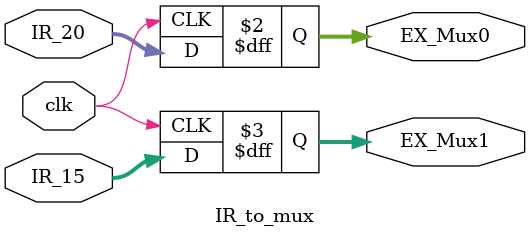
<source format=v>


module IR_to_mux(
    output reg [4:0] EX_Mux0,
    output reg [4:0] EX_Mux1,
    input [4:0] IR_20,
    input [4:0] IR_15,
    input clk
    );
    
    always @(posedge clk)
        begin
            EX_Mux0 <= IR_20;
            EX_Mux1 <= IR_15;
        end
endmodule

</source>
